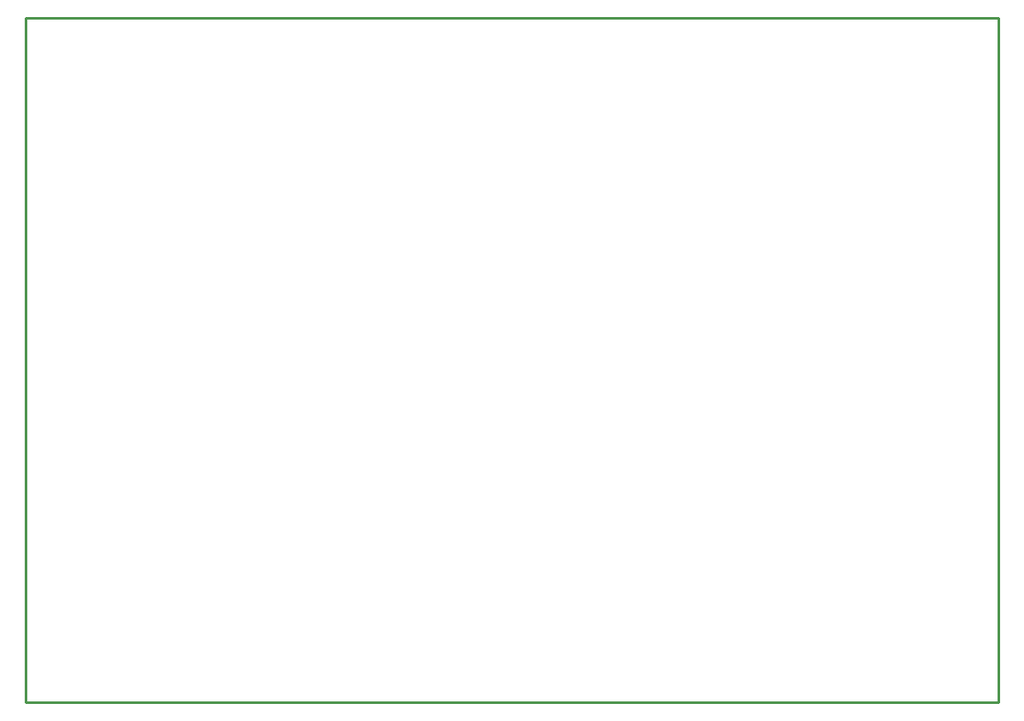
<source format=gko>
G04 Layer: BoardOutlineLayer*
G04 EasyEDA v6.5.23, 2023-06-03 16:32:00*
G04 4babc638b9e54a0eac15f07bdc89f0ce,0997c0c323a540828c61b468e30a80a1,10*
G04 Gerber Generator version 0.2*
G04 Scale: 100 percent, Rotated: No, Reflected: No *
G04 Dimensions in millimeters *
G04 leading zeros omitted , absolute positions ,4 integer and 5 decimal *
%FSLAX45Y45*%
%MOMM*%

%ADD10C,0.2540*%
D10*
X0Y0D02*
G01*
X9649968Y0D01*
X9649968Y-1724405D01*
X9649968Y-1724405D01*
X9649968Y-6800087D01*
X0Y-6800087D01*
X0Y0D01*

%LPD*%
M02*

</source>
